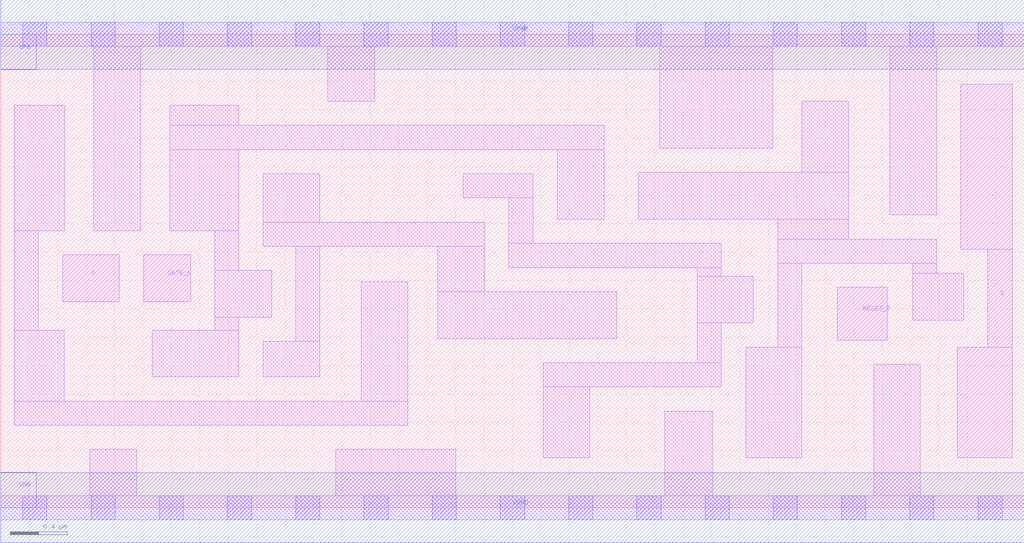
<source format=lef>
# Copyright 2020 The SkyWater PDK Authors
#
# Licensed under the Apache License, Version 2.0 (the "License");
# you may not use this file except in compliance with the License.
# You may obtain a copy of the License at
#
#     https://www.apache.org/licenses/LICENSE-2.0
#
# Unless required by applicable law or agreed to in writing, software
# distributed under the License is distributed on an "AS IS" BASIS,
# WITHOUT WARRANTIES OR CONDITIONS OF ANY KIND, either express or implied.
# See the License for the specific language governing permissions and
# limitations under the License.
#
# SPDX-License-Identifier: Apache-2.0

VERSION 5.5 ;
NAMESCASESENSITIVE ON ;
BUSBITCHARS "[]" ;
DIVIDERCHAR "/" ;
MACRO sky130_fd_sc_hs__dlrtn_1
  CLASS CORE ;
  SOURCE USER ;
  ORIGIN  0.000000  0.000000 ;
  SIZE  7.200000 BY  3.330000 ;
  SYMMETRY X Y ;
  SITE unit ;
  PIN D
    ANTENNAGATEAREA  0.208000 ;
    DIRECTION INPUT ;
    USE SIGNAL ;
    PORT
      LAYER li1 ;
        RECT 0.435000 1.450000 0.835000 1.780000 ;
    END
  END D
  PIN Q
    ANTENNADIFFAREA  0.600500 ;
    DIRECTION OUTPUT ;
    USE SIGNAL ;
    PORT
      LAYER li1 ;
        RECT 6.730000 0.350000 7.115000 1.130000 ;
        RECT 6.755000 1.820000 7.115000 2.980000 ;
        RECT 6.945000 1.130000 7.115000 1.820000 ;
    END
  END Q
  PIN RESET_B
    ANTENNAGATEAREA  0.261000 ;
    DIRECTION INPUT ;
    USE SIGNAL ;
    PORT
      LAYER li1 ;
        RECT 5.885000 1.180000 6.235000 1.550000 ;
    END
  END RESET_B
  PIN GATE_N
    ANTENNAGATEAREA  0.237000 ;
    DIRECTION INPUT ;
    USE CLOCK ;
    PORT
      LAYER li1 ;
        RECT 1.005000 1.450000 1.335000 1.780000 ;
    END
  END GATE_N
  PIN VGND
    DIRECTION INOUT ;
    USE GROUND ;
    PORT
      LAYER met1 ;
        RECT 0.000000 -0.245000 7.200000 0.245000 ;
    END
  END VGND
  PIN VNB
    DIRECTION INOUT ;
    USE GROUND ;
    PORT
      LAYER met1 ;
        RECT 0.000000 0.000000 0.250000 0.250000 ;
    END
  END VNB
  PIN VPB
    DIRECTION INOUT ;
    USE POWER ;
    PORT
      LAYER met1 ;
        RECT 0.000000 3.080000 0.250000 3.330000 ;
    END
  END VPB
  PIN VPWR
    DIRECTION INOUT ;
    USE POWER ;
    PORT
      LAYER met1 ;
        RECT 0.000000 3.085000 7.200000 3.575000 ;
    END
  END VPWR
  OBS
    LAYER li1 ;
      RECT 0.000000 -0.085000 7.200000 0.085000 ;
      RECT 0.000000  3.245000 7.200000 3.415000 ;
      RECT 0.095000  0.580000 2.865000 0.750000 ;
      RECT 0.095000  0.750000 0.445000 1.250000 ;
      RECT 0.095000  1.250000 0.265000 1.950000 ;
      RECT 0.095000  1.950000 0.450000 2.830000 ;
      RECT 0.625000  0.085000 0.955000 0.410000 ;
      RECT 0.655000  1.950000 0.985000 3.245000 ;
      RECT 1.065000  0.920000 1.675000 1.250000 ;
      RECT 1.190000  1.950000 1.675000 2.520000 ;
      RECT 1.190000  2.520000 4.245000 2.690000 ;
      RECT 1.190000  2.690000 1.675000 2.830000 ;
      RECT 1.505000  1.250000 1.675000 1.340000 ;
      RECT 1.505000  1.340000 1.905000 1.670000 ;
      RECT 1.505000  1.670000 1.675000 1.950000 ;
      RECT 1.845000  0.920000 2.245000 1.170000 ;
      RECT 1.845000  1.840000 3.405000 2.010000 ;
      RECT 1.845000  2.010000 2.245000 2.350000 ;
      RECT 2.075000  1.170000 2.245000 1.840000 ;
      RECT 2.300000  2.860000 2.630000 3.245000 ;
      RECT 2.355000  0.085000 3.200000 0.410000 ;
      RECT 2.535000  0.750000 2.865000 1.590000 ;
      RECT 3.075000  1.190000 4.335000 1.520000 ;
      RECT 3.075000  1.520000 3.405000 1.840000 ;
      RECT 3.255000  2.180000 3.745000 2.350000 ;
      RECT 3.575000  1.690000 5.070000 1.860000 ;
      RECT 3.575000  1.860000 3.745000 2.180000 ;
      RECT 3.815000  0.350000 4.145000 0.850000 ;
      RECT 3.815000  0.850000 5.070000 1.020000 ;
      RECT 3.915000  2.030000 4.245000 2.520000 ;
      RECT 4.485000  2.030000 5.965000 2.360000 ;
      RECT 4.635000  2.530000 5.430000 3.245000 ;
      RECT 4.670000  0.085000 5.010000 0.680000 ;
      RECT 4.900000  1.020000 5.070000 1.300000 ;
      RECT 4.900000  1.300000 5.295000 1.630000 ;
      RECT 4.900000  1.630000 5.070000 1.690000 ;
      RECT 5.240000  0.350000 5.635000 1.130000 ;
      RECT 5.465000  1.130000 5.635000 1.720000 ;
      RECT 5.465000  1.720000 6.585000 1.890000 ;
      RECT 5.465000  1.890000 5.965000 2.030000 ;
      RECT 5.635000  2.360000 5.965000 2.860000 ;
      RECT 6.140000  0.085000 6.470000 1.010000 ;
      RECT 6.255000  2.060000 6.585000 3.245000 ;
      RECT 6.415000  1.320000 6.775000 1.650000 ;
      RECT 6.415000  1.650000 6.585000 1.720000 ;
    LAYER mcon ;
      RECT 0.155000 -0.085000 0.325000 0.085000 ;
      RECT 0.155000  3.245000 0.325000 3.415000 ;
      RECT 0.635000 -0.085000 0.805000 0.085000 ;
      RECT 0.635000  3.245000 0.805000 3.415000 ;
      RECT 1.115000 -0.085000 1.285000 0.085000 ;
      RECT 1.115000  3.245000 1.285000 3.415000 ;
      RECT 1.595000 -0.085000 1.765000 0.085000 ;
      RECT 1.595000  3.245000 1.765000 3.415000 ;
      RECT 2.075000 -0.085000 2.245000 0.085000 ;
      RECT 2.075000  3.245000 2.245000 3.415000 ;
      RECT 2.555000 -0.085000 2.725000 0.085000 ;
      RECT 2.555000  3.245000 2.725000 3.415000 ;
      RECT 3.035000 -0.085000 3.205000 0.085000 ;
      RECT 3.035000  3.245000 3.205000 3.415000 ;
      RECT 3.515000 -0.085000 3.685000 0.085000 ;
      RECT 3.515000  3.245000 3.685000 3.415000 ;
      RECT 3.995000 -0.085000 4.165000 0.085000 ;
      RECT 3.995000  3.245000 4.165000 3.415000 ;
      RECT 4.475000 -0.085000 4.645000 0.085000 ;
      RECT 4.475000  3.245000 4.645000 3.415000 ;
      RECT 4.955000 -0.085000 5.125000 0.085000 ;
      RECT 4.955000  3.245000 5.125000 3.415000 ;
      RECT 5.435000 -0.085000 5.605000 0.085000 ;
      RECT 5.435000  3.245000 5.605000 3.415000 ;
      RECT 5.915000 -0.085000 6.085000 0.085000 ;
      RECT 5.915000  3.245000 6.085000 3.415000 ;
      RECT 6.395000 -0.085000 6.565000 0.085000 ;
      RECT 6.395000  3.245000 6.565000 3.415000 ;
      RECT 6.875000 -0.085000 7.045000 0.085000 ;
      RECT 6.875000  3.245000 7.045000 3.415000 ;
  END
END sky130_fd_sc_hs__dlrtn_1
END LIBRARY

</source>
